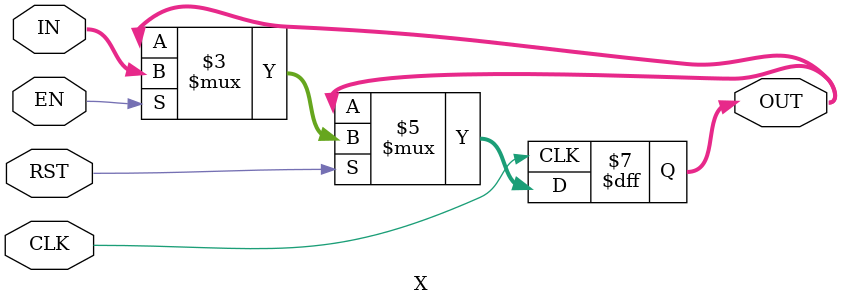
<source format=v>
module X(
  input CLK,RST,EN,
  input [15:0] IN,
  output reg [15:0] OUT);
  
  always @(negedge CLK, negedge RST)
  begin
  //daca RST este activ, valoarea de ie?ire este resetata la zero
  //daca semnalul EN este activ, valoarea de iesire preia valoarea de intrare IN
     if (!RST) begin
        out <= 16'd0;
     end   
   else if (EN) begin
        OUT <= IN;  
   end
  end
  
endmodule

</source>
